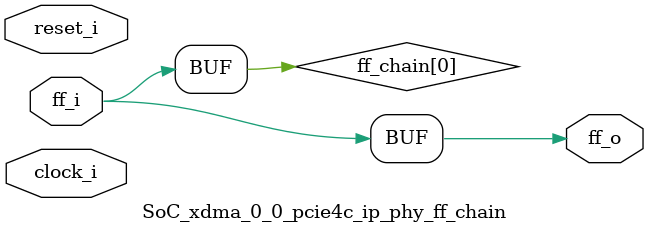
<source format=v>
/*****************************************************************************
** Description:
**    Flop Chain
**
******************************************************************************/

`timescale 1ps/1ps

`define AS_PHYREG(clk, reset, q, d, rstval)  \
   always @(posedge clk or posedge reset) begin \
      if (reset) \
         q  <= #(TCQ)   rstval;  \
      else  \
         q  <= #(TCQ)   d; \
   end

`define PHYREG(clk, reset, q, d, rstval)  \
   always @(posedge clk) begin \
      if (reset) \
         q  <= #(TCQ)   rstval;  \
      else  \
         q  <= #(TCQ)   d; \
   end

(* DowngradeIPIdentifiedWarnings = "yes" *)
module SoC_xdma_0_0_pcie4c_ip_phy_ff_chain #(
   // Parameters
   parameter integer PIPELINE_STAGES   = 0,        // 0 = no pipeline; 1 = 1 stage; 2 = 2 stages; 3 = 3 stages
   parameter         ASYNC             = "FALSE",
   parameter integer FF_WIDTH          = 1,
   parameter integer RST_VAL           = 0,
   parameter integer TCQ               = 1
)  (   
   input  wire                         clock_i,          
   input  wire                         reset_i,           
   input  wire [FF_WIDTH-1:0]          ff_i,            
   output wire [FF_WIDTH-1:0]          ff_o        
   );

   genvar   var_i;

   reg   [FF_WIDTH-1:0]          ff_chain [PIPELINE_STAGES:0];

   always @(*) ff_chain[0] = ff_i;

generate
   if (PIPELINE_STAGES > 0) begin:  with_ff_chain
      for (var_i = 0; var_i < PIPELINE_STAGES; var_i = var_i + 1) begin: ff_chain_gen
         if (ASYNC == "TRUE") begin: async_rst
            `AS_PHYREG(clock_i, reset_i, ff_chain[var_i+1], ff_chain[var_i], RST_VAL)
         end else begin: sync_rst
            `PHYREG(clock_i, reset_i, ff_chain[var_i+1], ff_chain[var_i], RST_VAL)
         end
      end
   end
endgenerate

   assign ff_o = ff_chain[PIPELINE_STAGES];

endmodule

</source>
